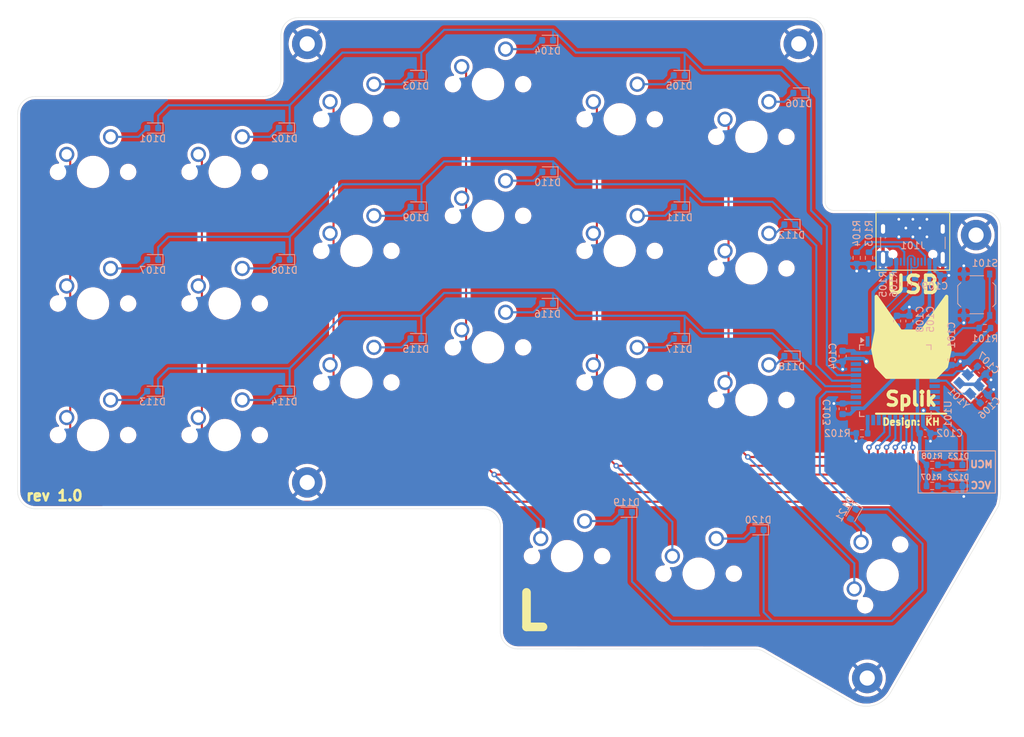
<source format=kicad_pcb>
(kicad_pcb (version 20240108) (generator "pcbnew") (generator_version "8.0")
  (layers (0 "F.Cu" signal) (31 "B.Cu" signal) (34 "B.Paste" user) (35 "F.Paste" user) (36 "B.SilkS" user "B.Silkscreen") (37 "F.SilkS" user "F.Silkscreen") (38 "B.Mask" user) (39 "F.Mask" user) (44 "Edge.Cuts" user))
  (net 0 "")
  (net 1 "GND")
  (net 2 "VCC")
  (net 3 "Net-(U101-XTAL1)")
  (net 4 "Net-(U101-XTAL2)")
  (net 5 "Net-(U101-UCAP)")
  (net 6 "Net-(D101-A)")
  (net 7 "row_0")
  (net 8 "Net-(D102-A)")
  (net 9 "Net-(D103-A)")
  (net 10 "Net-(D104-A)")
  (net 11 "Net-(D105-A)")
  (net 12 "Net-(D106-A)")
  (net 13 "row_1")
  (net 14 "Net-(D107-A)")
  (net 15 "Net-(D108-A)")
  (net 16 "Net-(D109-A)")
  (net 17 "Net-(D110-A)")
  (net 18 "Net-(D111-A)")
  (net 19 "Net-(D112-A)")
  (net 20 "row_2")
  (net 21 "Net-(D113-A)")
  (net 22 "Net-(D114-A)")
  (net 23 "Net-(D115-A)")
  (net 24 "Net-(D116-A)")
  (net 25 "Net-(D117-A)")
  (net 26 "Net-(D118-A)")
  (net 27 "Net-(D119-A)")
  (net 28 "row_3")
  (net 29 "Net-(D120-A)")
  (net 30 "Net-(D121-A)")
  (net 31 "Net-(D122-A)")
  (net 32 "Net-(D123-A)")
  (net 34 "MCU_STATUS")
  (net 35 "Net-(J101-D+-PadA6)")
  (net 36 "Net-(J101-D--PadA7)")
  (net 38 "Net-(J101-CC1)")
  (net 40 "Net-(J101-CC2)")
  (net 41 "Net-(U101-~{RESET})")
  (net 42 "Net-(U101-~{HWB}{slash}PE2)")
  (net 43 "USB_D-")
  (net 44 "USB_D+")
  (net 45 "col_0")
  (net 46 "col_1")
  (net 47 "col_2")
  (net 48 "col_3")
  (net 49 "col_4")
  (net 50 "col_5")
  (footprint "Button_Switch_Keyboard:SW_Cherry_MX_1.00u_PCB" (layer "F.Cu") (at 99.822 98.298)
    (property "Reference" "SW119" (hide yes))
    (property "Value" "FN")
  )
  (footprint "Button_Switch_Keyboard:SW_Cherry_MX_1.00u_PCB" (layer "F.Cu") (at 88.392 49.022)
    (property "Reference" "SW110" (hide yes))
    (property "Value" "D")
  )
  (footprint "Button_Switch_Keyboard:SW_Cherry_MX_1.00u_PCB" (layer "F.Cu") (at 107.442 54.102)
    (property "Reference" "SW111" (hide yes))
    (property "Value" "F")
  )
  (footprint "Button_Switch_Keyboard:SW_Cherry_MX_1.00u_PCB" (layer "F.Cu") (at 107.442 73.152)
    (property "Reference" "SW117" (hide yes))
    (property "Value" "V")
  )
  (footprint "Button_Switch_Keyboard:SW_Cherry_MX_1.00u_PCB" (layer "F.Cu") (at 118.872 100.838)
    (property "Reference" "SW120" (hide yes))
    (property "Value" "SPACE")
  )
  (footprint "Button_Switch_Keyboard:SW_Cherry_MX_1.00u_PCB" (layer "F.Cu") (at 126.492 37.592)
    (property "Reference" "SW106" (hide yes))
    (property "Value" "T")
  )
  (footprint "Button_Switch_Keyboard:SW_Cherry_MX_1.00u_PCB" (layer "F.Cu") (at 50.292 61.722)
    (property "Reference" "SW108" (hide yes))
    (property "Value" "A")
  )
  (footprint "Button_Switch_Keyboard:SW_Cherry_MX_1.00u_PCB" (layer "F.Cu") (at 88.392 29.972)
    (property "Reference" "SW104" (hide yes))
    (property "Value" "E")
  )
  (footprint "Button_Switch_Keyboard:SW_Cherry_MX_1.00u_PCB" (layer "F.Cu") (at 126.492 75.692)
    (property "Reference" "SW118" (hide yes))
    (property "Value" "B")
  )
  (footprint "MountingHole:MountingHole_2.2mm_M2_Pad_TopBottom" (layer "F.Cu") (at 156.464 56.896)
    (property "Reference" "H104" (hide yes))
    (property "Value" "MountingHole_Pad")
  )
  (footprint "Button_Switch_Keyboard:SW_Cherry_MX_1.00u_PCB" (layer "F.Cu") (at 31.242 80.772)
    (property "Reference" "SW113" (hide yes))
    (property "Value" "SHIFT")
  )
  (footprint "MountingHole:MountingHole_2.2mm_M2_Pad_TopBottom" (layer "F.Cu") (at 59.69 29.21)
    (property "Reference" "H102" (hide yes))
    (property "Value" "MountingHole_Pad")
  )
  (footprint "Button_Switch_Keyboard:SW_Cherry_MX_1.00u_PCB" (layer "F.Cu") (at 31.242 42.672)
    (property "Reference" "SW101" (hide yes))
    (property "Value" "ESC")
  )
  (footprint "Button_Switch_Keyboard:SW_Cherry_MX_1.00u_PCB" (layer "F.Cu") (at 50.292 42.672)
    (property "Reference" "SW102" (hide yes))
    (property "Value" "Q")
  )
  (footprint "Button_Switch_Keyboard:SW_Cherry_MX_1.00u_PCB" (layer "F.Cu") (at 88.392 68.072)
    (property "Reference" "SW116" (hide yes))
    (property "Value" "C")
  )
  (footprint "MountingHole:MountingHole_2.2mm_M2_Pad_TopBottom" (layer "F.Cu") (at 130.81 29.21)
    (property "Reference" "H101" (hide yes))
    (property "Value" "MountingHole_Pad")
  )
  (footprint "Button_Switch_Keyboard:SW_Cherry_MX_1.00u_PCB" (layer "F.Cu") (at 50.292 80.772)
    (property "Reference" "SW114" (hide yes))
    (property "Value" "Z")
  )
  (footprint "Button_Switch_Keyboard:SW_Cherry_MX_1.00u_PCB" (layer "F.Cu") (at 107.442 35.052)
    (property "Reference" "SW105" (hide yes))
    (property "Value" "R")
  )
  (footprint "MountingHole:MountingHole_2.2mm_M2_Pad_TopBottom" (layer "F.Cu") (at 140.716 121.031)
    (property "Reference" "H103" (hide yes))
    (property "Value" "MountingHole_Pad")
  )
  (footprint "Button_Switch_Keyboard:SW_Cherry_MX_1.75u_PCB" (layer "F.Cu") (at 139.821791 101.356095 60)
    (property "Reference" "SW121" (hide yes))
    (property "Value" "ENTER")
  )
  (footprint "Button_Switch_Keyboard:SW_Cherry_MX_1.00u_PCB" (layer "F.Cu") (at 69.342 73.152)
    (property "Reference" "SW115" (hide yes))
    (property "Value" "X")
  )
  (footprint "Button_Switch_Keyboard:SW_Cherry_MX_1.00u_PCB" (layer "F.Cu") (at 126.492 56.642)
    (property "Reference" "SW112" (hide yes))
    (property "Value" "G")
  )
  (footprint "Button_Switch_Keyboard:SW_Cherry_MX_1.00u_PCB" (layer "F.Cu") (at 69.342 54.102)
    (property "Reference" "SW109" (hide yes))
    (property "Value" "S")
  )
  (footprint "MountingHole:MountingHole_2.2mm_M2_Pad_TopBottom" (layer "F.Cu") (at 59.69 92.71)
    (property "Reference" "H105" (hide yes))
    (property "Value" "MountingHole_Pad")
  )
  (footprint "Button_Switch_Keyboard:SW_Cherry_MX_1.00u_PCB" (layer "F.Cu") (at 69.342 35.052)
    (property "Reference" "SW103" (hide yes))
    (property "Value" "W")
  )
  (footprint "Button_Switch_Keyboard:SW_Cherry_MX_1.00u_PCB" (layer "F.Cu") (at 31.242 61.722)
    (property "Reference" "SW107" (hide yes))
    (property "Value" "CTRL")
  )
  (footprint "Capacitor_SMD:C_0603_1608Metric" (layer "B.Cu") (at 157.607 80.645 45)
    (property "Reference" "C106")
    (property "Value" "22pF")
  )
  (footprint "Capacitor_SMD:C_0603_1608Metric" (layer "B.Cu") (at 157.226 76.454 -45)
    (property "Reference" "C107")
    (property "Value" "22pF")
  )
  (footprint "Button_Switch_SMD:SW_Push_1P1T_XKB_TS-1187A" (layer "B.Cu") (at 156.561 65.532 -90)
    (property "Reference" "S101")
    (property "Value" "reset_sw")
  )
  (footprint "Resistor_SMD:R_0603_1608Metric" (layer "B.Cu") (at 147.637 64.008 -90)
    (property "Reference" "R106")
    (property "Value" "22")
  )
  (footprint "Diode_SMD:D_0603_1608Metric" (layer "B.Cu") (at 75.4125 33.782 180)
    (property "Reference" "D103")
    (property "Value" "D")
  )
  (footprint "Diode_SMD:D_0603_1608Metric" (layer "B.Cu") (at 37.338 60.452 180)
    (property "Reference" "D107")
    (property "Value" "D")
  )
  (footprint "Capacitor_SMD:C_0603_1608Metric" (layer "B.Cu") (at 152.908 74.93 -90)
    (property "Reference" "C101")
    (property "Value" "0.1uF")
  )
  (footprint "Diode_SMD:D_0603_1608Metric" (layer "B.Cu") (at 138.684 97.282 -120)
    (property "Reference" "D121")
    (property "Value" "D")
  )
  (footprint "Resistor_SMD:R_0603_1608Metric" (layer "B.Cu") (at 146.05 64.008 -90)
    (property "Reference" "R105")
    (property "Value" "22")
  )
  (footprint "LED_SMD:LED_0603_1608Metric" (layer "B.Cu") (at 153.6955 93.218 180)
    (property "Reference" "D122")
    (property "Value" "GREEN")
  )
  (footprint "Capacitor_SMD:C_0603_1608Metric" (layer "B.Cu") (at 137.16 74.422 -90)
    (property "Reference" "C104")
    (property "Value" "0.1uF")
  )
  (footprint "Resistor_SMD:R_0603_1608Metric" (layer "B.Cu") (at 150.114 90.17)
    (property "Reference" "R108")
    (property "Value" "1k")
  )
  (footprint "Diode_SMD:D_0603_1608Metric" (layer "B.Cu") (at 113.538 52.832 180)
    (property "Reference" "D111")
    (property "Value" "D")
  )
  (footprint "Diode_SMD:D_0603_1608Metric" (layer "B.Cu") (at 94.4625 66.802 180)
    (property "Reference" "D116")
    (property "Value" "D")
  )
  (footprint "Diode_SMD:D_0603_1608Metric" (layer "B.Cu") (at 124.9425 99.568 180)
    (property "Reference" "D120")
    (property "Value" "D")
  )
  (footprint "Diode_SMD:D_0603_1608Metric" (layer "B.Cu") (at 113.5125 33.782 180)
    (property "Reference" "D105")
    (property "Value" "D")
  )
  (footprint "Crystal:Crystal_SMD_Abracon_ABM8G-4Pin_3.2x2.5mm" (layer "B.Cu") (at 155.448 78.486 135)
    (property "Reference" "Y101")
    (property "Value" "16 MHz")
  )
  (footprint "Diode_SMD:D_0603_1608Metric" (layer "B.Cu") (at 129.5145 74.422 180)
    (property "Reference" "D118")
    (property "Value" "D")
  )
  (footprint "Resistor_SMD:R_0603_1608Metric" (layer "B.Cu") (at 140.97 60.198 -90)
    (property "Reference" "R103")
    (property "Value" "5.1k")
  )
  (footprint "Connector_USB:USB_C_Receptacle_GCT_USB4105-xx-A_16P_TopMnt_Horizontal" (layer "B.Cu") (at 147.32 57.078)
    (property "Reference" "J101")
    (property "Value" "USB_C_2.0")
  )
  (footprint "Diode_SMD:D_0603_1608Metric" (layer "B.Cu") (at 113.5125 71.882 180)
    (property "Reference" "D117")
    (property "Value" "D")
  )
  (footprint "Resistor_SMD:R_0603_1608Metric" (layer "B.Cu") (at 139.954 85.598 180)
    (property "Reference" "R102")
    (property "Value" "10k")
  )
  (footprint "Diode_SMD:D_0603_1608Metric" (layer "B.Cu") (at 56.3625 79.502 180)
    (property "Reference" "D114")
    (property "Value" "D")
  )
  (footprint "LED_SMD:LED_0603_1608Metric" (layer "B.Cu") (at 153.6955 90.17 180)
    (property "Reference" "D123")
    (property "Value" "GREEN")
  )
  (footprint "Capacitor_SMD:C_0603_1608Metric" (layer "B.Cu") (at 137.16 82.042 90)
    (property "Reference" "C103")
    (property "Value" "0.1uF")
  )
  (footprint "Diode_SMD:D_0603_1608Metric" (layer "B.Cu") (at 94.4625 28.702 180)
    (property "Reference" "D104")
    (property "Value" "D")
  )
  (footprint "Diode_SMD:D_0603_1608Metric" (layer "B.Cu") (at 37.3125 79.502 180)
    (property "Reference" "D113")
    (property "Value" "D")
  )
  (footprint "Diode_SMD:D_0603_1608Metric" (layer "B.Cu") (at 75.4125 71.882 180)
    (property "Reference" "D115")
    (property "Value" "D")
  )
  (footprint "Diode_SMD:D_0603_1608Metric" (layer "B.Cu") (at 94.488 47.752 180)
    (property "Reference" "D110")
    (property "Value" "D")
  )
  (footprint "Capacitor_SMD:C_0603_1608Metric" (layer "B.Cu") (at 146.812 69.342 90)
    (property "Reference" "C105")
    (property "Value" "4.7uF")
  )
  (footprint "Diode_SMD:D_0603_1608Metric" (layer "B.Cu") (at 37.338 41.402 180)
    (property "Reference" "D101")
    (property "Value" "D")
  )
  (footprint "Capacitor_SMD:C_0603_1608Metric" (layer "B.Cu") (at 145.034 69.342 90)
    (property "Reference" "C108")
    (property "Value" "1uF")
  )
  (footprint "Resistor_SMD:R_0603_1608Metric" (layer "B.Cu") (at 139.192 60.198 -90)
    (property "Reference" "R104")
    (property "Value" "5.1k")
  )
  (footprint "Resistor_SMD:R_0603_1608Metric" (layer "B.Cu") (at 157.734 70.358 180)
    (property "Reference" "R101")
    (property "Value" "10k")
  )
  (footprint "Capacitor_SMD:C_0603_1608Metric" (layer "B.Cu") (at 149.098 85.598)
    (property "Reference" "C102")
    (property "Value" "0.1uF")
  )
  (footprint "Diode_SMD:D_0603_1608Metric" (layer "B.Cu") (at 130.81 36.322 180)
    (property "Reference" "D106")
    (property "Value" "D")
  )
  (footprint "Diode_SMD:D_0603_1608Metric" (layer "B.Cu") (at 129.5145 55.372 180)
    (property "Reference" "D112")
    (property "Value" "D")
  )
  (footprint "Diode_SMD:D_0603_1608Metric" (layer "B.Cu") (at 56.388 60.452 180)
    (property "Reference" "D108")
    (property "Value" "D")
  )
  (footprint "Diode_SMD:D_0603_1608Metric" (layer "B.Cu") (at 105.8925 97.028 180)
    (property "Reference" "D119")
    (property "Value" "D")
  )
  (footprint "Diode_SMD:D_0603_1608Metric" (layer "B.Cu") (at 56.3625 41.402 180)
    (property "Reference" "D102")
    (property "Value" "D")
  )
  (footprint "Capacitor_SMD:C_0603_1608Metric" (layer "B.Cu") (at 150.495 62.738 180)
    (property "Reference" "C109")
    (property "Value" "0.1uF")
  )
  (footprint "Package_QFP:TQFP-44_10x10mm_P0.8mm" (layer "B.Cu") (at 144.78 77.978 -90)
    (property "Reference" "U101")
    (property "Value" "ATmega32U4")
  )
  (footprint "Resistor_SMD:R_0603_1608Metric" (layer "B.Cu") (at 150.114 93.218)
    (property "Reference" "R107")
    (property "Value" "1k")
  )
  (footprint "Diode_SMD:D_0603_1608Metric" (layer "B.Cu") (at 75.438 52.832 180)
    (property "Reference" "D109")
    (property "Value" "D")
  )
  (gr_rect (start 148.082 88.138) (end 159.258 94.234) (stroke (width 0.15)) (fill none) (layer "B.SilkS"))
  (gr_poly (pts (xy 145.542 70.8152) (xy 142.0368 65.786) (xy 142.0368 70.7644) (xy 141.5288 73.406) (xy 142.0368 75.8952) (xy 143.51 77.47) (xy 150.622 77.47) (xy 152.146 75.946) (xy 152.7048 73.406) (xy 152.1968 70.866) (xy 152.1968 65.786) (xy 148.59 70.8152)) (stroke (width 0.5)) (fill solid) (layer "F.SilkS"))
  (gr_line (start 141.986 82.7532) (end 152.146 82.7532) (stroke (width 0.3)) (layer "F.SilkS"))
  (gr_rect (start 141.986 53.594) (end 152.654 61.976) (stroke (width 0.15)) (fill none) (layer "F.SilkS"))
  (gr_line (start 20.32 36.83) (end 53.34 36.83) (stroke (width 0.05)) (layer "Edge.Cuts"))
  (gr_line (start 87.63 114.281949) (end 87.63 99.06) (stroke (width 0.05)) (layer "Edge.Cuts"))
  (gr_line (start 55.88 34.29) (end 55.88 27.94) (stroke (width 0.05)) (layer "Edge.Cuts"))
  (gr_line (start 125.766819 117.201968) (end 138.3538 124.46) (stroke (width 0.05)) (layer "Edge.Cuts"))
  (gr_line (start 135.899026 53.330974) (end 157.48 53.34) (stroke (width 0.05)) (layer "Edge.Cuts"))
  (gr_arc (start 17.78 39.37) (mid 18.523949 37.573949) (end 20.32 36.83) (stroke (width 0.05)) (layer "Edge.Cuts"))
  (gr_arc (start 132.08 25.4) (mid 133.876051 26.143949) (end 134.62 27.94) (stroke (width 0.05)) (layer "Edge.Cuts"))
  (gr_line (start 58.42 25.4) (end 132.08 25.4) (stroke (width 0.05)) (layer "Edge.Cuts"))
  (gr_arc (start 85.09 96.52) (mid 86.886051 97.263949) (end 87.63 99.06) (stroke (width 0.05)) (layer "Edge.Cuts"))
  (gr_arc (start 157.48 53.34) (mid 159.276051 54.083949) (end 160.02 55.88) (stroke (width 0.05)) (layer "Edge.Cuts"))
  (gr_arc (start 135.899026 53.330974) (mid 135.001 52.959) (end 134.629026 52.060974) (stroke (width 0.05)) (layer "Edge.Cuts"))
  (gr_arc (start 160.02 93.98) (mid 159.9427 95.062623) (end 159.71237 96.123281) (stroke (width 0.05)) (layer "Edge.Cuts"))
  (gr_arc (start 55.88 27.94) (mid 56.623949 26.143949) (end 58.42 25.4) (stroke (width 0.05)) (layer "Edge.Cuts"))
  (gr_arc (start 20.32 96.52) (mid 18.523949 95.776051) (end 17.78 93.98) (stroke (width 0.05)) (layer "Edge.Cuts"))
  (gr_line (start 20.32 96.52) (end 85.09 96.52) (stroke (width 0.05)) (layer "Edge.Cuts"))
  (gr_line (start 134.62 27.94) (end 134.629026 52.060974) (stroke (width 0.05)) (layer "Edge.Cuts"))
  (gr_arc (start 124.46 116.84) (mid 125.138011 116.932164) (end 125.766819 117.201968) (stroke (width 0.05)) (layer "Edge.Cuts"))
  (gr_line (start 160.02 93.98) (end 160.02 55.88) (stroke (width 0.05)) (layer "Edge.Cuts"))
  (gr_line (start 124.46 116.84) (end 90.17 116.821949) (stroke (width 0.05)) (layer "Edge.Cuts"))
  (gr_line (start 144.067126 123.188961) (end 159.71237 96.123281) (stroke (width 0.05)) (layer "Edge.Cuts"))
  (gr_line (start 17.78 93.98) (end 17.78 39.37) (stroke (width 0.05)) (layer "Edge.Cuts"))
  (gr_arc (start 55.88 34.29) (mid 55.136051 36.086051) (end 53.34 36.83) (stroke (width 0.05)) (layer "Edge.Cuts"))
  (gr_arc (start 144.067126 123.188961) (mid 141.477876 125.026504) (end 138.3538 124.46) (stroke (width 0.05)) (layer "Edge.Cuts"))
  (gr_arc (start 90.17 116.821949) (mid 88.373949 116.078) (end 87.63 114.281949) (stroke (width 0.05)) (layer "Edge.Cuts"))
  (gr_text "MCU" (at 159.004 90.678 -0) (layer "B.SilkS") (effects (font (size 1 1) (thickness 0.3) (bold yes)) (justify left bottom mirror)))
  (gr_text "VCC" (at 158.75 93.726 -0) (layer "B.SilkS") (effects (font (size 1 1) (thickness 0.3) (bold yes)) (justify left bottom mirror)))
  (gr_text "USB" (at 147.32 65.532 0) (layer "F.SilkS") (effects (font (size 2.5 2.5) (thickness 0.5) (bold yes)) (justify bottom)))
  (gr_text "rev 1.0" (at 23.114 95.504 0) (layer "F.SilkS") (effects (font (size 1.5 1.5) (thickness 0.625) (bold yes)) (justify bottom)))
  (gr_text "L" (at 89.408 114.3 0) (layer "F.SilkS") (effects (font (size 5 5) (thickness 1.25) (bold yes)) (justify left bottom)))
  (gr_text "Splik" (at 147.066 81.788 0) (layer "F.SilkS") (effects (font (size 2 2) (thickness 0.5) (bold yes)) (justify bottom)))
  (gr_text "Design: KH" (at 147.066 84.5312 0) (layer "F.SilkS") (effects (font (size 1 1) (thickness 0.25) (bold yes)) (justify bottom)))
  (via (at 154.686 69.596) (size 0.8) (drill 0.4) (layers "F.Cu" "B.Cu") (net 1))
  (via (at 140.97 62.103) (size 0.8) (drill 0.4) (layers "F.Cu" "B.Cu") (net 1))
  (via (at 146.812 67.31) (size 0.8) (drill 0.4) (layers "F.Cu" "B.Cu") (net 1))
  (via (at 154.178 75.184) (size 0.8) (drill 0.4) (layers "F.Cu" "B.Cu") (net 1))
  (via (at 139.192 62.103) (size 0.8) (drill 0.4) (layers "F.Cu" "B.Cu") (net 1))
  (via (at 147.32 57.15) (size 0.8) (drill 0.4) (layers "F.Cu" "B.Cu") (net 1))
  (via (at 148.844 82.296) (size 0.8) (drill 0.4) (layers "F.Cu" "B.Cu") (net 1))
  (via (at 140.589 75.184) (size 0.8) (drill 0.4) (layers "F.Cu" "B.Cu") (net 1))
  (via (at 139.065 86.741) (size 0.8) (drill 0.4) (layers "F.Cu" "B.Cu") (net 1))
  (via (at 158.623 77.851) (size 0.8) (drill 0.4) (layers "F.Cu" "B.Cu") (net 1))
  (via (at 145.288 54.61) (size 0.8) (drill 0.4) (layers "F.Cu" "B.Cu") (net 1))
  (via (at 137.16 76.327) (size 0.8) (drill 0.4) (layers "F.Cu" "B.Cu") (net 1))
  (via (at 154.686 61.341) (size 0.8) (drill 0.4) (layers "F.Cu" "B.Cu") (net 1))
  (via (at 149.352 54.61) (size 0.8) (drill 0.4) (layers "F.Cu" "B.Cu") (net 1))
  (via (at 152.527 62.738) (size 0.8) (drill 0.4) (layers "F.Cu" "B.Cu") (net 1))
  (via (at 149.86 86.741) (size 0.8) (drill 0.4) (layers "F.Cu" "B.Cu") (net 1))
  (via (at 148.336 55.88) (size 0.8) (drill 0.4) (layers "F.Cu" "B.Cu") (net 1))
  (via (at 149.352 57.15) (size 0.8) (drill 0.4) (layers "F.Cu" "B.Cu") (net 1))
  (via (at 135.89 81.28) (size 0.8) (drill 0.4) (layers "F.Cu" "B.Cu") (net 1))
  (via (at 146.304 55.88) (size 0.8) (drill 0.4) (layers "F.Cu" "B.Cu") (net 1))
  (via (at 145.288 57.15) (size 0.8) (drill 0.4) (layers "F.Cu" "B.Cu") (net 1))
  (via (at 147.32 54.61) (size 0.8) (drill 0.4) (layers "F.Cu" "B.Cu") (net 1))
  (via (at 159.004 79.248) (size 0.8) (drill 0.4) (layers "F.Cu" "B.Cu") (net 1))
  (via (at 154.686 94.742) (size 0.8) (drill 0.4) (layers "F.Cu" "B.Cu") (net 1))
  (segment (start 143.98 72.278) (end 143.98 69.621) (width 0.5) (layer "B.Cu") (net 1))
  (segment (start 135.903 81.267) (end 135.89 81.28) (width 0.5) (layer "B.Cu") (net 1))
  (segment (start 144.12 60.758) (end 143.575 60.758) (width 0.5) (layer "B.Cu") (net 1))
  (segment (start 148.78 83.678) (end 148.78 82.36) (width 0.5) (layer "B.Cu") (net 1))
  (segment (start 156.826858 78.662777) (end 156.826858 77.949158) (width 0.5) (layer "B.Cu") (net 1))
  (segment (start 145.034 68.567) (end 146.812 68.567) (width 0.5) (layer "B.Cu") (net 1))
  (segment (start 149.86 85.611) (end 149.873 85.598) (width 0.5) (layer "B.Cu") (net 1))
  (segment (start 143.575 60.758) (end 143 60.183) (width 0.5) (layer "B.Cu") (net 1))
  (segment (start 152.235 76.378) (end 152.908 75.705) (width 0.5) (layer "B.Cu") (net 1))
  (segment (start 137.16 81.267) (end 135.903 81.267) (width 0.5) (layer "B.Cu") (net 1))
  (segment (start 151.64 56.003) (end 151.64 60.183) (width 0.5) (layer "B.Cu") (net 1))
  (segment (start 154.069142 78.309223) (end 154.255538 78.495619) (width 0.5) (layer "B.Cu") (net 1))
  (segment (start 149.86 86.741) (end 149.86 85.611) (width 0.5) (layer "B.Cu") (net 1))
  (segment (start 148.78 84.505) (end 149.873 85.598) (width 0.5) (layer "B.Cu") (net 1))
  (segment (start 139.065 85.662) (end 139.129 85.598) (width 0.5) (layer "B.Cu") (net 1))
  (segment (start 156.6597 78.495619) (end 156.826858 78.662777) (width 0.5) (layer "B.Cu") (net 1))
  (segment (start 139.192 61.023) (end 140.97 61.023) (width 0.5) (layer "B.Cu") (net 1))
  (segment (start 137.16 75.197) (end 137.16 76.327) (width 0.5) (layer "B.Cu") (net 1))
  (segment (start 156.826858 78.768842) (end 158.155008 80.096992) (width 0.5) (layer "B.Cu") (net 1))
  (segment (start 153.657 75.705) (end 154.178 75.184) (width 0.5) (layer "B.Cu") (net 1))
  (segment (start 150.52 60.758) (end 150.52 61.988) (width 0.5) (layer "B.Cu") (net 1))
  (segment (start 137.16 75.197) (end 137.579 74.778) (width 0.5) (layer "B.Cu") (net 1))
  (segment (start 159.004 79.248) (end 158.155008 80.096992) (width 0.5) (layer "B.Cu") (net 1))
  (segment (start 154.255538 78.495619) (end 156.6597 78.495619) (width 0.5) (layer "B.Cu") (net 1))
  (segment (start 154.686 68.532) (end 154.686 69.596) (width 0.5) (layer "B.Cu") (net 1))
  (segment (start 158.623 77.851) (end 157.774008 77.002008) (width 0.5) (layer "B.Cu") (net 1))
  (segment (start 137.579 74.778) (end 139.08 74.778) (width 0.5) (layer "B.Cu") (net 1))
  (segment (start 142.16 61.023) (end 143 60.183) (width 0.5) (layer "B.Cu") (net 1))
  (segment (start 139.192 61.023) (end 139.192 62.103) (width 0.5) (layer "B.Cu") (net 1))
  (segment (start 137.249 81.178) (end 139.08 81.178) (width 0.5) (layer "B.Cu") (net 1))
  (segment (start 140.589 75.184) (end 140.183 74.778) (width 0.5) (layer "B.Cu") (net 1))
  (segment (start 151.065 60.758) (end 151.64 60.183) (width 0.5) (layer "B.Cu") (net 1))
  (segment (start 150.52 61.988) (end 151.27 62.738) (width 0.5) (layer "B.Cu") (net 1))
  (segment (start 148.78 82.36) (end 148.844 82.296) (width 0.5) (layer "B.Cu") (net 1))
  (segment (start 148.78 83.678) (end 148.78 84.505) (width 0.5) (layer "B.Cu") (net 1))
  (segment (start 152.908 75.705) (end 153.657 75.705) (width 0.5) (layer "B.Cu") (net 1))
  (segment (start 151.27 62.738) (end 152.527 62.738) (width 0.5) (layer "B.Cu") (net 1))
  (segment (start 143.98 69.621) (end 145.034 68.567) (width 0.5) (layer "B.Cu") (net 1))
  (segment (start 140.183 74.778) (end 139.08 74.778) (width 0.5) (layer "B.Cu") (net 1))
  (segment (start 146.812 68.567) (end 146.812 67.31) (width 0.5) (layer "B.Cu") (net 1))
  (segment (start 156.826858 77.949158) (end 157.774008 77.002008) (width 0.5) (layer "B.Cu") (net 1))
  (segment (start 154.483 94.539) (end 154.686 94.742) (width 0.5) (layer "B.Cu") (net 1))
  (segment (start 156.826858 78.662777) (end 156.826858 78.768842) (width 0.5) (layer "B.Cu") (net 1))
  (segment (start 150.52 60.758) (end 151.065 60.758) (width 0.5) (layer "B.Cu") (net 1))
  (segment (start 154.686 62.532) (end 154.686 61.341) (width 0.5) (layer "B.Cu") (net 1))
  (segment (start 150.48 76.378) (end 152.235 76.378) (width 0.5) (layer "B.Cu") (net 1))
  (segment (start 154.483 93.218) (end 154.483 94.539) (width 0.5) (layer "B.Cu") (net 1))
  (segment (start 140.97 61.023) (end 142.16 61.023) (width 0.5) (layer "B.Cu") (net 1))
  (segment (start 140.97 61.023) (end 140.97 62.103) (width 0.5) (layer "B.Cu") (net 1))
  (segment (start 139.065 86.741) (end 139.065 85.662) (width 0.5) (layer "B.Cu") (net 1))
  (segment (start 137.16 81.267) (end 137.249 81.178) (width 0.5) (layer "B.Cu") (net 1))
  (segment (start 147.98 75.803) (end 147.755 75.578) (width 0.5) (layer "B.Cu") (net 2))
  (segment (start 141.58 65.176) (end 141.58 72.278) (width 0.5) (layer "B.Cu") (net 2))
  (segment (start 148.323 85.598) (end 148.323 89.204) (width 0.5) (layer "B.Cu") (net 2))
  (segment (start 149.289 90.17) (end 148.323 89.204) (width 0.5) (layer "B.Cu") (net 2))
  (segment (start 149.72 60.758) (end 149.72 62.738) (width 0.5) (layer "B.Cu") (net 2))
  (segment (start 147.98 85.255) (end 147.98 83.678) (width 0.5) (layer "B.Cu") (net 2))
  (segment (start 154.762 74.155) (end 158.559 70.358) (width 0.5) (layer "B.Cu") (net 2))
  (segment (start 139.08 81.978) (end 140.205 81.978) (width 0.5) (layer "B.Cu") (net 2))
  (segment (start 145.58 76.603) (end 145.58 73.403) (width 0.5) (layer "B.Cu") (net 2))
  (segment (start 147.98 83.678) (end 147.98 75.803) (width 0.5) (layer "B.Cu") (net 2))
  (segment (start 145.58 73.403) (end 147.755 75.578) (width 0.5) (layer "B.Cu") (net 2))
  (segment (start 150.48 75.578) (end 151.485 75.578) (width 0.5) (layer "B.Cu") (net 2))
  (segment (start 144.92 60.758) (end 144.92 61.836) (width 0.5) (layer "B.Cu") (net 2))
  (segment (start 138.241 82.817) (end 139.08 81.978) (width 0.5) (layer "B.Cu") (net 2))
  (segment (start 151.485 75.578) (end 152.908 74.155) (width 0.5) (layer "B.Cu") (net 2))
  (segment (start 141.005 73.978) (end 142.955 73.978) (width 0.5) (layer "B.Cu") (net 2))
  (segment (start 141.005 73.978) (end 141.58 73.403) (width 0.5) (layer "B.Cu") (net 2))
  (segment (start 145.58 72.278) (end 145.58 73.403) (width 0.5) (layer "B.Cu") (net 2))
  (segment (start 139.08 73.978) (end 141.005 73.978) (width 0.5) (layer "B.Cu") (net 2))
  (segment (start 146.812 70.117) (end 145.58 71.349) (width 0.5) (layer "B.Cu") (net 2))
  (segment (start 142.955 73.978) (end 145.58 76.603) (width 0.5) (layer "B.Cu") (net 2))
  (segment (start 144.92 61.836) (end 141.58 65.176) (width 0.5) (layer "B.Cu") (net 2))
  (segment (start 147.755 75.578) (end 150.48 75.578) (width 0.5) (layer "B.Cu") (net 2))
  (segment (start 149.72 62.738) (end 149.72 67.209) (width 0.5) (layer "B.Cu") (net 2))
  (segment (start 140.205 81.978) (end 145.58 76.603) (width 0.5) (layer "B.Cu") (net 2))
  (segment (start 149.289 93.218) (end 149.289 90.17) (width 0.5) (layer "B.Cu") (net 2))
  (segment (start 145.58 71.349) (end 145.58 72.278) (width 0.5) (layer "B.Cu") (net 2))
  (segment (start 141.58 73.403) (end 141.58 72.278) (width 0.5) (layer "B.Cu") (net 2))
  (segment (start 138.749 73.647) (end 139.08 73.978) (width 0.5) (layer "B.Cu") (net 2))
  (segment (start 149.72 67.209) (end 146.812 70.117) (width 0.5) (layer "B.Cu") (net 2))
  (segment (start 137.16 73.647) (end 138.749 73.647) (width 0.5) (layer "B.Cu") (net 2))
  (segment (start 152.908 74.155) (end 154.762 74.155) (width 0.5) (layer "B.Cu") (net 2))
  (segment (start 148.323 85.598) (end 147.98 85.255) (width 0.5) (layer "B.Cu") (net 2))
  (segment (start 137.16 82.817) (end 138.241 82.817) (width 0.5) (layer "B.Cu") (net 2))
  (segment (start 155.624777 79.864858) (end 155.730842 79.864858) (width 0.3) (layer "B.Cu") (net 3))
  (segment (start 154.032858 79.864858) (end 155.624777 79.864858) (width 0.3) (layer "B.Cu") (net 3))
  (segment (start 152.146 77.978) (end 154.032858 79.864858) (width 0.3) (layer "B.Cu") (net 3))
  (segment (start 155.730842 79.864858) (end 157.058992 81.193008) (width 0.3) (layer "B.Cu") (net 3))
  (segment (start 150.48 77.978) (end 152.146 77.978) (width 0.3) (layer "B.Cu") (net 3))
  (segment (start 153.1365 77.178) (end 150.48 77.178) (width 0.3) (layer "B.Cu") (net 4))
  (segment (start 155.476842 77.107142) (end 156.677992 75.905992) (width 0.3) (layer "B.Cu") (net 4))
  (segment (start 154.776248 76.612167) (end 153.702333 76.612167) (width 0.3) (layer "B.Cu") (net 4))
  (segment (start 155.271223 77.107142) (end 155.476842 77.107142) (width 0.3) (layer "B.Cu") (net 4))
  (segment (start 153.702333 76.612167) (end 153.1365 77.178) (width 0.3) (layer "B.Cu") (net 4))
  (segment (start 155.271223 77.107142) (end 154.776248 76.612167) (width 0.3) (layer "B.Cu") (net 4))
  (segment (start 144.78 70.371) (end 145.034 70.117) (width 0.5) (layer "B.Cu") (net 5))
  (segment (start 144.78 72.278) (end 144.78 70.371) (width 0.5) (layer "B.Cu") (net 5))
  (segment (start 35.2805 42.672) (end 36.5505 41.402) (width 0.3) (layer "B.Cu") (net 6))
  (segment (start 31.242 42.672) (end 35.2805 42.672) (width 0.3) (layer "B.Cu") (net 6))
  (segment (start 132.588 37.3125) (end 132.588 53.34) (width 0.3) (layer "B.Cu") (net 7))
  (segment (start 116.84 33.02) (end 114.3 30.48) (width 0.3) (layer "B.Cu") (net 7))
  (segment (start 57.15 38.1) (end 64.77 30.48) (width 0.3) (layer "B.Cu") (net 7))
  (segment (start 134.874 55.626) (end 134.874 75.692) (width 0.3) (layer "B.Cu") (net 7))
  (segment (start 57.15 41.402) (end 57.15 38.1) (width 0.3) (layer "B.Cu") (net 7))
  (segment (start 114.3 33.782) (end 114.3 30.48) (width 0.3) (layer "B.Cu") (net 7))
  (segment (start 38.1255 39.5985) (end 39.624 38.1) (width 0.3) (layer "B.Cu") (net 7))
  (segment (start 98.552 30.48) (end 95.25 27.178) (width 0.3) (layer "B.Cu") (net 7))
  (segment (start 79.502 27.178) (end 76.2 30.48) (width 0.3) (layer "B.Cu") (net 7))
  (segment (start 95.25 28.702) (end 95.25 27.178) (width 0.3) (layer "B.Cu") (net 7))
  (segment (start 131.5975 36.322) (end 128.2955 33.02) (width 0.3) (layer "B.Cu") (net 7))
  (segment (start 76.2 33.782) (end 76.2 30.48) (width 0.3) (layer "B.Cu") (net 7))
  (segment (start 95.25 27.178) (end 79.502 27.178) (width 0.3) (layer "B.Cu") (net 7))
  (segment (start 134.874 75.692) (end 136.36 77.178) (width 0.3) (layer "B.Cu") (net 7))
  (segment (start 64.77 30.48) (end 76.2 30.48) (width 0.3) (layer "B.Cu") (net 7))
  (segment (start 39.624 38.1) (end 57.15 38.1) (width 0.3) (layer "B.Cu") (net 7))
  (segment (start 136.36 77.178) (end 139.08 77.178) (width 0.3) (layer "B.Cu") (net 7))
  (segment (start 38.1255 41.402) (end 38.1255 39.5985) (width 0.3) (layer "B.Cu") (net 7))
  (segment (start 114.3 30.48) (end 98.552 30.48) (width 0.3) (layer "B.Cu") (net 7))
  (segment (start 131.5975 36.322) (end 132.588 37.3125) (width 0.3) (layer "B.Cu") (net 7))
  (segment (start 132.588 53.34) (end 134.874 55.626) (width 0.3) (layer "B.Cu") (net 7))
  (segment (start 128.2955 33.02) (end 116.84 33.02) (width 0.3) (layer "B.Cu") (net 7))
  (segment (start 54.305 42.672) (end 55.575 41.402) (width 0.3) (layer "B.Cu") (net 8))
  (segment (start 50.292 42.672) (end 54.305 42.672) (width 0.3) (layer "B.Cu") (net 8))
  (segment (start 69.342 35.052) (end 73.355 35.052) (width 0.3) (layer "B.Cu") (net 9))
  (segment (start 73.355 35.052) (end 74.625 33.782) (width 0.3) (layer "B.Cu") (net 9))
  (segment (start 88.392 29.972) (end 92.405 29.972) (width 0.3) (layer "B.Cu") (net 10))
  (segment (start 92.405 29.972) (end 93.675 28.702) (width 0.3) (layer "B.Cu") (net 10))
  (segment (start 107.442 35.052) (end 111.455 35.052) (width 0.3) (layer "B.Cu") (net 11))
  (segment (start 111.455 35.052) (end 112.725 33.782) (width 0.3) (layer "B.Cu") (net 11))
  (segment (start 128.7525 37.592) (end 130.0225 36.322) (width 0.3) (layer "B.Cu") (net 12))
  (segment (start 126.492 37.592) (end 128.7525 37.592) (width 0.3) (layer "B.Cu") (net 12))
  (segment (start 116.84 52.07) (end 114.3 49.53) (width 0.3) (layer "B.Cu") (net 13))
  (segment (start 130.302 55.372) (end 127 52.07) (width 0.3) (layer "B.Cu") (net 13))
  (segment (start 127 52.07) (end 116.84 52.07) (width 0.3) (layer "B.Cu") (net 13))
  (segment (start 76.2255 49.56825) (end 76.18725 49.53) (width 0.3) (layer "B.Cu") (net 13))
  (segment (start 98.552 49.53) (end 95.25 46.228) (width 0.3) (layer "B.Cu") (net 13))
  (segment (start 133.35 75.692) (end 135.636 77.978) (width 0.3) (layer "B.Cu") (net 13))
  (segment (start 114.3255 49.5555) (end 114.3 49.53) (width 0.3) (layer "B.Cu") (net 13))
  (segment (start 76.2255 52.832) (end 76.2255 49.56825) (width 0.3) (layer "B.Cu") (net 13))
  (segment (start 57.13725 57.15) (end 39.61125 57.15) (width 0.3) (layer "B.Cu") (net 13))
  (segment (start 114.3 49.53) (end 98.552 49.53) (width 0.3) (layer "B.Cu") (net 13))
  (segment (start 64.75725 49.53) (end 57.13725 57.15) (width 0.3) (layer "B.Cu") (net 13))
  (segment (start 95.2755 46.2535) (end 95.25 46.228) (width 0.3) (layer "B.Cu") (net 13))
  (segment (start 114.3255 52.832) (end 114.3255 49.5555) (width 0.3) (layer "B.Cu") (net 13))
  (segment (start 135.636 77.978) (end 139.08 77.978) (width 0.3) (layer "B.Cu") (net 13))
  (segment (start 95.25 46.228) (end 79.48925 46.228) (width 0.3) (layer "B.Cu") (net 13))
  (segment (start 133.35 58.42) (end 133.35 75.692) (width 0.3) (layer "B.Cu") (net 13))
  (segment (start 57.1755 57.18825) (end 57.13725 57.15) (width 0.3) (layer "B.Cu") (net 13))
  (segment (start 95.2755 47.752) (end 95.2755 46.2535) (width 0.3) (layer "B.Cu") (net 13))
  (segment (start 130.302 55.372) (end 133.35 58.42) (width 0.3) (layer "B.Cu") (net 13))
  (segment (start 57.1755 60.452) (end 57.1755 57.18825) (width 0.3) (layer "B.Cu") (net 13))
  (segment (start 79.48925 46.228) (end 76.18725 49.53) (width 0.3) (layer "B.Cu") (net 13))
  (segment (start 38.1255 58.63575) (end 38.1255 60.452) (width 0.3) (layer "B.Cu") (net 13))
  (segment (start 76.18725 49.53) (end 64.75725 49.53) (width 0.3) (layer "B.Cu") (net 13))
  (segment (start 39.61125 57.15) (end 38.1255 58.63575) (width 0.3) (layer "B.Cu") (net 13))
  (segment (start 31.242 61.722) (end 35.2805 61.722) (width 0.3) (layer "B.Cu") (net 14))
  (segment (start 35.2805 61.722) (end 36.5505 60.452) (width 0.3) (layer "B.Cu") (net 14))
  (segment (start 54.3305 61.722) (end 55.6005 60.452) (width 0.3) (layer "B.Cu") (net 15))
  (segment (start 50.292 61.722) (end 54.3305 61.722) (width 0.3) (layer "B.Cu") (net 15))
  (segment (start 69.342 54.102) (end 73.3805 54.102) (width 0.3) (layer "B.Cu") (net 16))
  (segment (start 73.3805 54.102) (end 74.6505 52.832) (width 0.3) (layer "B.Cu") (net 16))
  (segment (start 92.4305 49.022) (end 93.7005 47.752) (width 0.3) (layer "B.Cu") (net 17))
  (segment (start 88.392 49.022) (end 92.4305 49.022) (width 0.3) (layer "B.Cu") (net 17))
  (segment (start 111.4805 54.102) (end 112.7505 52.832) (width 0.3) (layer "B.Cu") (net 18))
  (segment (start 107.442 54.102) (end 111.4805 54.102) (width 0.3) (layer "B.Cu") (net 18))
  (segment (start 127.457 56.642) (end 128.727 55.372) (width 0.3) (layer "B.Cu") (net 19))
  (segment (start 126.492 56.642) (end 127.457 56.642) (width 0.3) (layer "B.Cu") (net 19))
  (segment (start 79.48925 65.278) (end 95.25 65.278) (width 0.3) (layer "B.Cu") (net 20))
  (segment (start 38.1 79.502) (end 38.1 77.71125) (width 0.3) (layer "B.Cu") (net 20))
  (segment (start 130.302 74.422) (end 134.658 78.778) (width 0.3) (layer "B.Cu") (net 20))
  (segment (start 116.84 71.12) (end 127 71.12) (width 0.3) (layer "B.Cu") (net 20))
  (segment (start 114.3 71.882) (end 114.3 68.58) (width 0.3) (layer "B.Cu") (net 20))
  (segment (start 38.1 77.71125) (end 39.61125 76.2) (width 0.3) (layer "B.Cu") (net 20))
  (segment (start 76.18725 68.58) (end 79.48925 65.278) (width 0.3) (layer "B.Cu") (net 20))
  (segment (start 57.13725 76.2) (end 64.75725 68.58) (width 0.3) (layer "B.Cu") (net 20))
  (segment (start 57.13725 76.2) (end 57.15 76.21275) (width 0.3) (layer "B.Cu") (net 20))
  (segment (start 64.75725 68.58) (end 76.18725 68.58) (width 0.3) (layer "B.Cu") (net 20))
  (segment (start 76.2 68.59275) (end 76.2 71.882) (width 0.3) (layer "B.Cu") (net 20))
  (segment (start 95.25 66.802) (end 95.25 65.278) (width 0.3) (layer "B.Cu") (net 20))
  (segment (start 57.15 76.21275) (end 57.15 79.502) (width 0.3) (layer "B.Cu") (net 20))
  (segment (start 95.25 65.278) (end 98.552 68.58) (width 0.3) (layer "B.Cu") (net 20))
  (segment (start 98.552 68.58) (end 114.3 68.58) (width 0.3) (layer "B.Cu") (net 20))
  (segment (start 39.61125 76.2) (end 57.13725 76.2) (width 0.3) (layer "B.Cu") (net 20))
  (segment (start 114.3 68.58) (end 116.84 71.12) (width 0.3) (layer "B.Cu") (net 20))
  (segment (start 134.658 78.778) (end 139.08 78.778) (width 0.3) (layer "B.Cu") (net 20))
  (segment (start 127 71.12) (end 130.302 74.422) (width 0.3) (layer "B.Cu") (net 20))
  (segment (start 76.18725 68.58) (end 76.2 68.59275) (width 0.3) (layer "B.Cu") (net 20))
  (segment (start 35.255 80.772) (end 36.525 79.502) (width 0.3) (layer "B.Cu") (net 21))
  (segment (start 31.242 80.772) (end 35.255 80.772) (width 0.3) (layer "B.Cu") (net 21))
  (segment (start 50.292 80.772) (end 54.305 80.772) (width 0.3) (layer "B.Cu") (net 22))
  (segment (start 54.305 80.772) (end 55.575 79.502) (width 0.3) (layer "B.Cu") (net 22))
  (segment (start 73.355 73.152) (end 74.625 71.882) (width 0.3) (layer "B.Cu") (net 23))
  (segment (start 69.342 73.152) (end 73.355 73.152) (width 0.3) (layer "B.Cu") (net 23))
  (segment (start 92.405 68.072) (end 93.675 66.802) (width 0.3) (layer "B.Cu") (net 24))
  (segment (start 88.392 68.072) (end 92.405 68.072) (width 0.3) (layer "B.Cu") (net 24))
  (segment (start 107.442 73.152) (end 111.455 73.152) (width 0.3) (layer "B.Cu") (net 25))
  (segment (start 111.455 73.152) (end 112.725 71.882) (width 0.3) (layer "B.Cu") (net 25))
  (segment (start 126.492 75.692) (end 127.457 75.692) (width 0.3) (layer "B.Cu") (net 26))
  (segment (start 127.457 75.692) (end 128.727 74.422) (width 0.3) (layer "B.Cu") (net 26))
  (segment (start 99.822 98.298) (end 103.835 98.298) (width 0.3) (layer "B.Cu") (net 27))
  (segment (start 103.835 98.298) (end 105.105 97.028) (width 0.3) (layer "B.Cu") (net 27))
  (segment (start 106.68 107.061) (end 112.395 112.776) (width 0.3) (layer "B.Cu") (net 28))
  (segment (start 112.395 112.776) (end 127 112.776) (width 0.3) (layer "B.Cu") (net 28))
  (segment (start 139.08 79.578) (end 134.798 79.578) (width 0.3) (layer "B.Cu") (net 28))
  (segment (start 127 112.776) (end 144.272 112.776) (width 0.3) (layer "B.Cu") (net 28))
  (segment (start 144.272 112.776) (end 148.717 108.331) (width 0.3) (layer "B.Cu") (net 28))
  (segment (start 125.73 111.506) (end 127 112.776) (width 0.3) (layer "B.Cu") (net 28))
  (segment (start 148.717 108.331) (end 148.717 101.6) (width 0.3) (layer "B.Cu") (net 28))
  (segment (start 133.858 80.518) (end 133.858 91.380255) (width 0.3) (layer "B.Cu") (net 28))
  (segment (start 106.68 97.028) (end 106.68 107.061) (width 0.3) (layer "B.Cu") (net 28))
  (segment (start 134.798 79.578) (end 133.858 80.518) (width 0.3) (layer "B.Cu") (net 28))
  (segment (start 133.858 91.380255) (end 139.07775 96.600005) (width 0.3) (layer "B.Cu") (net 28))
  (segment (start 143.717005 96.600005) (end 139.07775 96.600005) (width 0.3) (layer "B.Cu") (net 28))
  (segment (start 148.717 101.6) (end 143.717005 96.600005) (width 0.3) (layer "B.Cu") (net 28))
  (segment (start 125.73 99.568) (end 125.73 111.506) (width 0.3) (layer "B.Cu") (net 28))
  (segment (start 118.872 100.838) (end 122.885 100.838) (width 0.3) (layer "B.Cu") (net 29))
  (segment (start 122.885 100.838) (end 124.155 99.568) (width 0.3) (layer "B.Cu") (net 29))
  (segment (start 139.821791 101.356095) (end 139.821791 99.495536) (width 0.3) (layer "B.Cu") (net 30))
  (segment (start 139.821791 99.495536) (end 138.29025 97.963995) (width 0.3) (layer "B.Cu") (net 30))
  (segment (start 150.939 93.218) (end 152.908 93.218) (width 0.3) (layer "B.Cu") (net 31))
  (segment (start 150.939 90.17) (end 152.908 90.17) (width 0.3) (layer "B.Cu") (net 32))
  (segment (start 154.483 85.981) (end 154.483 90.17) (width 0.3) (layer "B.Cu") (net 34))
  (segment (start 150.48 81.978) (end 154.483 85.981) (width 0.3) (layer "B.Cu") (net 34))
  (segment (start 147.07 61.36541) (end 147.33759 61.633) (width 0.2) (layer "B.Cu") (net 35))
  (segment (start 147.07 62.616) (end 147.07 60.758) (width 0.2) (layer "B.Cu") (net 35))
  (segment (start 147.80241 61.633) (end 148.07 61.36541) (width 0.2) (layer "B.Cu") (net 35))
  (segment (start 147.33759 61.633) (end 147.80241 61.633) (width 0.2) (layer "B.Cu") (net 35))
  (segment (start 147.07 60.758) (end 147.07 61.36541) (width 0.2) (layer "B.Cu") (net 35))
  (segment (start 148.07 61.36541) (end 148.07 60.758) (width 0.2) (layer "B.Cu") (net 35))
  (segment (start 147.637 63.183) (end 147.07 62.616) (width 0.2) (layer "B.Cu") (net 35))
  (segment (start 147.57 60.15059) (end 147.30241 59.883) (width 0.2) (layer "B.Cu") (net 36))
  (segment (start 146.83759 59.883) (end 146.57 60.15059) (width 0.2) (layer "B.Cu") (net 36))
  (segment (start 146.05 63.183) (end 146.57 62.663) (width 0.2) (layer "B.Cu") (net 36))
  (segment (start 146.57 62.663) (end 146.57 60.758) (width 0.2) (layer "B.Cu") (net 36))
  (segment (start 147.57 60.758) (end 147.57 60.15059) (width 0.2) (layer "B.Cu") (net 36))
  (segment (start 147.30241 59.883) (end 146.83759 59.883) (width 0.2) (layer "B.Cu") (net 36))
  (segment (start 146.57 60.15059) (end 146.57 60.758) (width 0.2) (layer "B.Cu") (net 36))
  (segment (start 140.97 59.373) (end 141.796 58.547) (width 0.3) (layer "B.Cu") (net 38))
  (segment (start 146.07 59.329) (end 146.07 60.758) (width 0.3) (layer "B.Cu") (net 38))
  (segment (start 141.796 58.547) (end 145.288 58.547) (width 0.3) (layer "B.Cu") (net 38))
  (segment (start 145.288 58.547) (end 146.07 59.329) (width 0.3) (layer "B.Cu") (net 38))
  (segment (start 140.653 57.912) (end 147.066 57.912) (width 0.3) (layer "B.Cu") (net 40))
  (segment (start 147.066 57.912) (end 149.07 59.916) (width 0.3) (layer "B.Cu") (net 40))
  (segment (start 139.192 59.373) (end 140.653 57.912) (width 0.3) (layer "B.Cu") (net 40))
  (segment (start 149.07 59.916) (end 149.07 60.758) (width 0.3) (layer "B.Cu") (net 40))
  (segment (start 158.436 68.532) (end 158.436 68.831) (width 0.3) (layer "B.Cu") (net 41))
  (segment (start 158.436 62.532) (end 158.436 68.532) (width 0.3) (layer "B.Cu") (net 41))
  (segment (start 154.559 70.358) (end 156.909 70.358) (width 0.3) (layer "B.Cu") (net 41))
  (segment (start 158.436 68.831) (end 156.909 70.358) (width 0.3) (layer "B.Cu") (net 41))
  (segment (start 150.48 74.778) (end 151.405 74.778) (width 0.3) (layer "B.Cu") (net 41))
  (segment (start 151.892 73.025) (end 154.559 70.358) (width 0.3) (layer "B.Cu") (net 41))
  (segment (start 151.405 74.778) (end 151.892 74.291) (width 0.3) (layer "B.Cu") (net 41))
  (segment (start 151.892 74.291) (end 151.892 73.025) (width 0.3) (layer "B.Cu") (net 41))
  (segment (start 140.78 85.597) (end 140.779 85.598) (width 0.5) (layer "B.Cu") (net 42))
  (segment (start 140.78 83.678) (end 140.78 85.597) (width 0.5) (layer "B.Cu") (net 42))
  (segment (start 142.38 72.278) (end 142.38 68.503) (width 0.2) (layer "B.Cu") (net 43))
  (segment (start 142.38 68.503) (end 146.05 64.833) (width 0.2) (layer "B.Cu") (net 43))
  (segment (start 143.18 72.278) (end 143.18 68.943304) (width 0.2) (layer "B.Cu") (net 44))
  (segment (start 147.290304 64.833) (end 147.637 64.833) (width 0.2) (layer "B.Cu") (net 44))
  (segment (start 143.18 68.943304) (end 147.290304 64.833) (width 0.2) (layer "B.Cu") (net 44))
  (segment (start 30.607 95.504) (end 25.4 90.297) (width 0.3) (layer "F.Cu") (net 45))
  (segment (start 147.32 92.0115) (end 143.8275 95.504) (width 0.3) (layer "F.Cu") (net 45))
  (segment (start 24.892 45.212) (end 25.4 45.72) (width 0.3) (layer "F.Cu") (net 45))
  (segment (start 25.4 90.297) (end 25.4 83.82) (width 0.3) (layer "F.Cu") (net 45))
  (segment (start 25.4 45.72) (end 25.4 64.77) (width 0.3) (layer "F.Cu") (net 45))
  (segment (start 24.892 83.312) (end 25.4 83.82) (width 0.3) (layer "F.Cu") (net 45))
  (segment (start 24.892 64.262) (end 25.4 64.77) (width 0.3) (layer "F.Cu") (net 45))
  (segment (start 147.32 87.63) (end 147.32 92.0115) (width 0.3) (layer "F.Cu") (net 45))
  (segment (start 143.8275 95.504) (end 30.607 95.504) (width 0.3) (layer "F.Cu") (net 45))
  (segment (start 25.4 64.77) (end 25.4 83.82) (width 0.3) (layer "F.Cu") (net 45))
  (via (at 147.32 87.63) (size 0.8) (drill 0.4) (layers "F.Cu" "B.Cu") (net 45))
  (segment (start 147.18 83.678) (end 147.18 87.49) (width 0.3) (layer "B.Cu") (net 45))
  (segment (start 147.18 87.49) (end 147.32 87.63) (width 0.3) (layer "B.Cu") (net 45))
  (segment (start 44.069 45.339) (end 44.45 45.72) (width 0.3) (layer "F.Cu") (net 46))
  (segment (start 44.45 46.355) (end 44.45 46.99) (width 0.3) (layer "F.Cu") (net 46))
  (segment (start 43.942 83.312) (end 44.45 83.82) (width 0.3) (layer "F.Cu") (net 46))
  (segment (start 44.45 64.77) (end 44.45 83.82) (width 0.3) (layer "F.Cu") (net 46))
  (segment (start 61.214 88.9) (end 66.421 94.107) (width 0.3) (layer "F.Cu") (net 46))
  (segment (start 44.45 83.82) (end 44.45 86.741) (width 0.3) (layer "F.Cu") (net 46))
  (segment (start 146.05 91.44) (end 146.05 87.63) (width 0.3) (layer "F.Cu") (net 46))
  (segment (start 43.942 45.212) (end 44.069 45.339) (width 0.3) (layer "F.Cu") (net 46))
  (segment (start 46.609 88.9) (end 61.214 88.9) (width 0.3) (layer "F.Cu") (net 46))
  (segment (start 143.383 94.107) (end 146.05 91.44) (width 0.3) (layer "F.Cu") (net 46))
  (segment (start 44.45 45.72) (end 44.45 46.355) (width 0.3) (layer "F.Cu") (net 46))
  (segment (start 44.45 86.741) (end 46.609 88.9) (width 0.3) (layer "F.Cu") (net 46))
  (segment (start 66.421 94.107) (end 143.383 94.107) (width 0.3) (layer "F.Cu") (net 46))
  (segment (start 43.942 64.262) (end 44.45 64.77) (width 0.3) (layer "F.Cu") (net 46))
  (segment (start 44.45 46.99) (end 44.45 64.77) (width 0.3) (layer "F.Cu") (net 46))
  (via (at 146.05 87.63) (size 0.8) (drill 0.4) (layers "F.Cu" "B.Cu") (net 46))
  (segment (start 146.38 87.3) (end 146.05 87.63) (width 0.3) (layer "B.Cu") (net 46))
  (segment (start 146.38 83.678) (end 146.38 87.3) (width 0.3) (layer "B.Cu") (net 46))
  (segment (start 144.78 90.83675) (end 144.78 87.63) (width 0.3) (layer "F.Cu") (net 47))
  (segment (start 62.992 56.642) (end 63.5 57.15) (width 0.3) (layer "F.Cu") (net 47))
  (segment (start 63.5 57.15) (end 63.5 76.2) (width 0.3) (layer "F.Cu") (net 47))
  (segment (start 63.5 38.1) (end 63.5 57.15) (width 0.3) (layer "F.Cu") (net 47))
  (segment (start 62.992 37.592) (end 63.5 38.1) (width 0.3) (layer "F.Cu") (net 47))
  (segment (start 142.77975 92.837) (end 144.78 90.83675) (width 0.3) (layer "F.Cu") (net 47))
  (segment (start 63.5 76.2) (end 63.5 88.646) (width 0.3) (layer "F.Cu") (net 47))
  (segment (start 63.5 88.646) (end 67.691 92.837) (width 0.3) (layer "F.Cu") (net 47))
  (segment (start 62.992 75.692) (end 63.5 76.2) (width 0.3) (layer "F.Cu") (net 47))
  (segment (start 67.691 92.837) (end 142.77975 92.837) (width 0.3) (layer "F.Cu") (net 47))
  (via (at 144.78 87.63) (size 0.8) (drill 0.4) (layers "F.Cu" "B.Cu") (net 47))
  (segment (start 145.58 86.83) (end 144.78 87.63) (width 0.3) (layer "B.Cu") (net 47))
  (segment (start 145.58 83.678) (end 145.58 86.83) (width 0.3) (layer "B.Cu") (net 47))
  (segment (start 82.042 32.512) (end 82.677 33.147) (width 0.3) (layer "F.Cu") (net 48))
  (segment (start 82.042 51.562) (end 82.677 52.197) (width 0.3) (layer "F.Cu") (net 48))
  (segment (start 142.113 91.567) (end 143.51 90.17) (width 0.3) (layer "F.Cu") (net 48))
  (segment (start 143.51 90.17) (end 143.51 87.63) (width 0.3) (layer "F.Cu") (net 48))
  (segment (start 82.677 33.147) (end 82.677 52.197) (width 0.3) (layer "F.Cu") (net 48))
  (segment (start 82.677 87.503) (end 86.741 91.567) (width 0.3) (layer "F.Cu") (net 48))
  (segment (start 86.741 91.567) (end 142.113 91.567) (width 0.3) (layer "F.Cu") (net 48))
  (segment (start 82.677 71.247) (end 82.677 87.503) (width 0.3) (layer "F.Cu") (net 48))
  (segment (start 82.677 52.197) (end 82.677 71.247) (width 0.3) (layer "F.Cu") (net 48))
  (segment (start 82.042 70.612) (end 82.677 71.247) (width 0.3) (layer "F.Cu") (net 48))
  (via (at 143.51 87.63) (size 0.8) (drill 0.4) (layers "F.Cu" "B.Cu") (net 48))
  (via (at 86.741 91.567) (size 0.8) (drill 0.4) (layers "F.Cu" "B.Cu") (net 48))
  (segment (start 93.472 98.298) (end 93.472 100.838) (width 0.3) (layer "B.Cu") (net 48))
  (segment (start 86.741 91.567) (end 93.472 98.298) (width 0.3) (layer "B.Cu") (net 48))
  (segment (start 144.78 86.36) (end 143.51 87.63) (width 0.3) (layer "B.Cu") (net 48))
  (segment (start 144.78 83.678) (end 144.78 86.36) (width 0.3) (layer "B.Cu") (net 48))
  (segment (start 101.092 37.592) (end 101.6 38.1) (width 0.3) (layer "F.Cu") (net 49))
  (segment (start 141.4145 90.297) (end 142.24 89.4715) (width 0.3) (layer "F.Cu") (net 49))
  (segment (start 101.6 38.1) (end 101.6 57.15) (width 0.3) (layer "F.Cu") (net 49))
  (segment (start 142.24 89.4715) (end 142.24 87.63) (width 0.3) (layer "F.Cu") (net 49))
  (segment (start 104.394 90.297) (end 141.4145 90.297) (width 0.3) (layer "F.Cu") (net 49))
  (segment (start 101.092 56.642) (end 101.6 57.15) (width 0.3) (layer "F.Cu") (net 49))
  (segment (start 101.6 76.2) (end 101.092 75.692) (width 0.3) (layer "F.Cu") (net 49))
  (segment (start 101.6 74.422) (end 101.6 87.503) (width 0.3) (layer "F.Cu") (net 49))
  (segment (start 101.6 57.15) (end 101.6 74.422) (width 0.3) (layer "F.Cu") (net 49))
  (segment (start 101.6 74.422) (end 101.6 76.2) (width 0.3) (layer "F.Cu") (net 49))
  (segment (start 101.6 87.503) (end 104.394 90.297) (width 0.3) (layer "F.Cu") (net 49))
  (via (at 104.394 90.297) (size 0.8) (drill 0.4) (layers "F.Cu" "B.Cu") (net 49))
  (via (at 142.24 87.63) (size 0.8) (drill 0.4) (layers "F.Cu" "B.Cu") (net 49))
  (segment (start 142.24 87.63) (end 143.98 85.89) (width 0.3) (layer "B.Cu") (net 49))
  (segment (start 143.98 85.89) (end 143.98 83.678) (width 0.3) (layer "B.Cu") (net 49))
  (segment (start 104.394 90.297) (end 112.522 98.425) (width 0.3) (layer "B.Cu") (net 49))
  (segment (start 112.522 98.425) (end 112.522 103.378) (width 0.3) (layer "B.Cu") (net 49))
  (segment (start 120.65 86.233) (end 123.444 89.027) (width 0.3) (layer "F.Cu") (net 50))
  (segment (start 120.65 76.454) (end 120.65 86.233) (width 0.3) (layer "F.Cu") (net 50))
  (segment (start 120.142 59.182) (end 120.65 59.69) (width 0.3) (layer "F.Cu") (net 50))
  (segment (start 120.65 40.64) (end 120.65 59.69) (width 0.3) (layer "F.Cu") (net 50))
  (segment (start 120.65 78.74) (end 120.142 78.232) (width 0.3) (layer "F.Cu") (net 50))
  (segment (start 123.444 89.027) (end 140.716 89.027) (width 0.3) (layer "F.Cu") (net 50))
  (segment (start 120.142 40.132) (end 120.65 40.64) (width 0.3) (layer "F.Cu") (net 50))
  (segment (start 120.65 76.454) (end 120.65 78.74) (width 0.3) (layer "F.Cu") (net 50))
  (segment (start 140.716 89.027) (end 140.97 88.773) (width 0.3) (layer "F.Cu") (net 50))
  (segment (start 120.65 59.69) (end 120.65 76.454) (width 0.3) (layer "F.Cu") (net 50))
  (segment (start 140.97 88.773) (end 140.97 87.63) (width 0.3) (layer "F.Cu") (net 50))
  (via (at 123.444 89.027) (size 0.8) (drill 0.4) (layers "F.Cu" "B.Cu") (net 50))
  (via (at 140.97 87.63) (size 0.8) (drill 0.4) (layers "F.Cu" "B.Cu") (net 50))
  (segment (start 143.18 85.42) (end 140.97 87.63) (width 0.3) (layer "B.Cu") (net 50))
  (segment (start 138.846495 104.429495) (end 138.846495 108.125356) (width 0.3) (layer "B.Cu") (net 50))
  (segment (start 123.444 89.027) (end 138.846495 104.429495) (width 0.3) (layer "B.Cu") (net 50))
  (segment (start 143.18 83.678) (end 143.18 85.42) (width 0.3) (layer "B.Cu") (net 50))
  (zone (net 0) (net_name "") (layers "F&B.Cu") (connect_pads (clearance 0)) (min_thickness 0.25)
    (keepout (tracks allowed) (vias allowed) (pads allowed) (copperpour not_allowed) (footprints allowed))
    (fill (thermal_gap 0.5) (thermal_bridge_width 0.5))
    (polygon (pts (xy 152.781 78.232) (xy 155.194 75.819) (xy 158.115 78.74) (xy 155.702 81.153)))
  )
  (zone (net 1) (net_name "GND") (layers "F&B.Cu") (priority 1) (connect_pads (clearance 0.5)) (min_thickness 0.25) (fill yes (thermal_gap 0.5) (thermal_bridge_width 0.5))
    (polygon (pts (xy 162.56 50.8) (xy 162.56 96.52) (xy 144.78 129.54) (xy 139.7 129.286) (xy 124.46 119.38) (xy 83.82 119.38) (xy 83.82 99.06) (xy 15.24 99.06) (xy 15.24 35.56) (xy 53.34 35.56) (xy 53.34 22.86) (xy 137.16 22.86) (xy 137.16 50.8)))
  )
  (zone (net 0) (net_name "") (layer "B.Cu") (connect_pads (clearance 0)) (min_thickness 0.25)
    (keepout (tracks allowed) (vias allowed) (pads allowed) (copperpour not_allowed) (footprints allowed))
    (fill (thermal_gap 0.5) (thermal_bridge_width 0.5))
    (polygon (pts (xy 152.4 76.581) (xy 153.67 76.327) (xy 154.432 76.327) (xy 154.432 73.406) (xy 152.019 73.406) (xy 152.019 76.581)))
  )
  (zone (net 0) (net_name "") (layer "B.Cu") (connect_pads (clearance 0)) (min_thickness 0.25)
    (keepout (tracks allowed) (vias allowed) (pads allowed) (copperpour not_allowed) (footprints allowed))
    (fill (thermal_gap 0.5) (thermal_bridge_width 0.5))
    (polygon (pts (xy 151.638 71.12) (xy 137.922 71.12) (xy 137.922 84.836) (xy 151.638 84.836)))
  )
  (zone (net 1) (net_name "GND") (layer "B.Cu") (priority 2) (connect_pads yes (clearance 0.5)) (min_thickness 0.25) (fill yes (thermal_gap 0.5) (thermal_bridge_width 0.5))
    (polygon (pts (xy 141.986 53.721) (xy 152.654 53.721) (xy 152.654 61.468) (xy 150.114 61.468) (xy 150.114 59.182) (xy 144.526 59.182) (xy 144.526 61.468) (xy 141.986 61.468)))
  )
)
</source>
